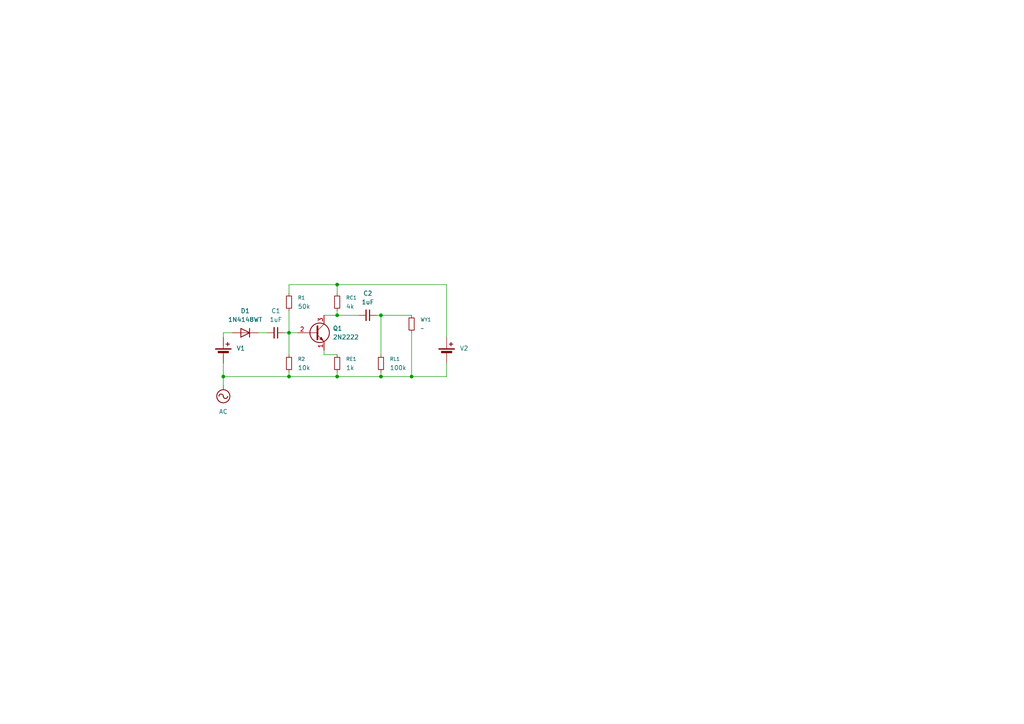
<source format=kicad_sch>
(kicad_sch (version 20250114) (generator "eeschema") (generator_version "9.0")
  (paper "A4")
  (lib_symbols
    (symbol "Device:Battery_Cell" (pin_numbers (hide yes)) (pin_names (offset 0) (hide yes))
      (property "Reference" "BT" (at 2.54 2.54 0))
      (property "Value" "Battery_Cell" (at 2.54 0 0))
      (symbol "Battery_Cell_0_1"
        (rectangle (start -2.286 1.778) (end 2.286 1.524) (fill (type outline)))
        (rectangle (start -1.524 1.016) (end 1.524 0.508) (fill (type outline)))
        (polyline (pts (xy 0 1.778) (xy 0 2.54)))
        (polyline (pts (xy 0 0.762) (xy 0 0)))
        (polyline (pts (xy 0.762 3.048) (xy 1.778 3.048)) (stroke (width 0.254)))
        (polyline (pts (xy 1.27 3.556) (xy 1.27 2.54)) (stroke (width 0.254)))
      )
      (symbol "Battery_Cell_1_1"
        (pin passive line (at 0 5.08 270) (length 2.54) (name "+") (number "1"))
        (pin passive line (at 0 -2.54 90) (length 2.54) (name "-") (number "2"))
      )
    )
    (symbol "Device:C_Small" (pin_numbers (hide yes)) (pin_names (offset 0.254) (hide yes))
      (property "Reference" "C" (at 0.254 1.778 0))
      (property "Value" "C_Small" (at 0.254 -2.032 0))
      (symbol "C_Small_0_1"
        (polyline (pts (xy -1.524 0.508) (xy 1.524 0.508)) (stroke (width 0.3048)))
        (polyline (pts (xy -1.524 -0.508) (xy 1.524 -0.508)) (stroke (width 0.3302)))
      )
      (symbol "C_Small_1_1"
        (pin passive line (at 0 2.54 270) (length 2.032) (name "~") (number "1"))
        (pin passive line (at 0 -2.54 90) (length 2.032) (name "~") (number "2"))
      )
    )
    (symbol "Device:R_Small" (pin_numbers (hide yes)) (pin_names (offset 0.254) (hide yes))
      (property "Reference" "R" (at 0 0 90))
      (property "Value" "R_Small" (at 1.778 0 90))
      (symbol "R_Small_0_1"
        (rectangle (start -0.762 1.778) (end 0.762 -1.778) (stroke (width 0.2032)))
      )
      (symbol "R_Small_1_1"
        (pin passive line (at 0 2.54 270) (length 0.762) (name "~") (number "1"))
        (pin passive line (at 0 -2.54 90) (length 0.762) (name "~") (number "2"))
      )
    )
    (symbol "Diode:1N4148WT" (pin_numbers (hide yes)) (pin_names (hide yes))
      (property "Reference" "D" (at 0 2.54 0))
      (property "Value" "1N4148WT" (at 0 -2.54 0))
      (symbol "1N4148WT_0_1"
        (polyline (pts (xy -1.27 1.27) (xy -1.27 -1.27)) (stroke (width 0.254)))
        (polyline (pts (xy 1.27 1.27) (xy 1.27 -1.27) (xy -1.27 0) (xy 1.27 1.27)) (stroke (width 0.254)))
        (polyline (pts (xy 1.27 0) (xy -1.27 0)))
      )
      (symbol "1N4148WT_1_1"
        (pin passive line (at -3.81 0 0) (length 2.54) (name "K") (number "1"))
        (pin passive line (at 3.81 0 180) (length 2.54) (name "A") (number "2"))
      )
    )
    (symbol "Transistor_BJT:2N2219" (pin_names (offset 0) (hide yes))
      (property "Reference" "Q" (at 5.08 1.905 0))
      (property "Value" "2N2219" (at 5.08 0 0))
      (symbol "2N2219_0_1"
        (polyline (pts (xy -2.54 0) (xy 0.635 0)))
        (polyline (pts (xy 0.635 1.905) (xy 0.635 -1.905)) (stroke (width 0.508)))
        (circle (center 1.27 0) (radius 2.8194) (stroke (width 0.254)))
      )
      (symbol "2N2219_1_1"
        (polyline (pts (xy 0.635 0.635) (xy 2.54 2.54)))
        (polyline (pts (xy 0.635 -0.635) (xy 2.54 -2.54)))
        (polyline (pts (xy 1.27 -1.778) (xy 1.778 -1.27) (xy 2.286 -2.286) (xy 1.27 -1.778)) (fill (type outline)))
        (pin input line (at -5.08 0 0) (length 2.54) (name "B") (number "2"))
        (pin passive line (at 2.54 5.08 270) (length 2.54) (name "C") (number "3"))
        (pin passive line (at 2.54 -5.08 90) (length 2.54) (name "E") (number "1"))
      )
    )
    (symbol "power:AC" (power) (pin_numbers (hide yes)) (pin_names (offset 0) (hide yes))
      (property "Value" "AC" (at 0 6.35 0))
      (symbol "AC_0_1"
        (arc (start -1.27 3.175) (mid -0.635 3.8073) (end 0 3.175) (stroke (width 0.254)))
        (circle (center 0 3.175) (radius 1.905) (stroke (width 0.254)))
        (polyline (pts (xy 0 0) (xy 0 1.27)))
        (arc (start 1.27 3.175) (mid 0.635 2.5427) (end 0 3.175) (stroke (width 0.254)))
      )
      (symbol "AC_1_1"
        (pin power_in line (at 0 0 90) (length 0) (name "~") (number "1"))
      )
    )
  )
  (junction (at 83.82 96.52))
  (junction (at 110.49 91.44))
  (junction (at 97.79 82.55))
  (junction (at 97.79 91.44))
  (junction (at 64.77 109.22))
  (junction (at 97.79 109.22))
  (junction (at 83.82 109.22))
  (junction (at 119.38 109.22))
  (junction (at 110.49 109.22))
  (wire (pts (xy 97.79 102.87) (xy 93.98 102.87)))
  (wire (pts (xy 83.82 96.52) (xy 86.36 96.52)))
  (wire (pts (xy 93.98 102.87) (xy 93.98 101.6)))
  (wire (pts (xy 97.79 90.17) (xy 97.79 91.44)))
  (wire (pts (xy 129.54 109.22) (xy 119.38 109.22)))
  (wire (pts (xy 64.77 97.79) (xy 64.77 96.52)))
  (wire (pts (xy 110.49 107.95) (xy 110.49 109.22)))
  (wire (pts (xy 110.49 91.44) (xy 119.38 91.44)))
  (wire (pts (xy 110.49 109.22) (xy 119.38 109.22)))
  (wire (pts (xy 83.82 82.55) (xy 97.79 82.55)))
  (wire (pts (xy 97.79 85.09) (xy 97.79 82.55)))
  (wire (pts (xy 129.54 97.79) (xy 129.54 82.55)))
  (wire (pts (xy 82.55 96.52) (xy 83.82 96.52)))
  (wire (pts (xy 119.38 96.52) (xy 119.38 109.22)))
  (wire (pts (xy 97.79 109.22) (xy 110.49 109.22)))
  (wire (pts (xy 83.82 90.17) (xy 83.82 96.52)))
  (wire (pts (xy 93.98 91.44) (xy 97.79 91.44)))
  (wire (pts (xy 64.77 96.52) (xy 67.31 96.52)))
  (wire (pts (xy 64.77 109.22) (xy 64.77 111.76)))
  (wire (pts (xy 83.82 102.87) (xy 83.82 96.52)))
  (wire (pts (xy 97.79 91.44) (xy 104.14 91.44)))
  (wire (pts (xy 64.77 105.41) (xy 64.77 109.22)))
  (wire (pts (xy 129.54 82.55) (xy 97.79 82.55)))
  (wire (pts (xy 83.82 109.22) (xy 97.79 109.22)))
  (wire (pts (xy 110.49 91.44) (xy 110.49 102.87)))
  (wire (pts (xy 83.82 107.95) (xy 83.82 109.22)))
  (wire (pts (xy 97.79 107.95) (xy 97.79 109.22)))
  (wire (pts (xy 74.93 96.52) (xy 77.47 96.52)))
  (wire (pts (xy 64.77 109.22) (xy 83.82 109.22)))
  (wire (pts (xy 129.54 105.41) (xy 129.54 109.22)))
  (wire (pts (xy 83.82 85.09) (xy 83.82 82.55)))
  (wire (pts (xy 109.22 91.44) (xy 110.49 91.44)))
  (symbol (lib_id "Device:R_Small") (at 97.79 87.63 0) (unit 1)
    (property "Reference" "RC1" (at 100.33 86.3599 0) (effects (font (size 1.016 1.016)) (justify left)))
    (property "Value" "4k" (at 100.33 88.8999 0) (effects (justify left)))
    (property "Footprint" "TerminalBlock_Phoenix:TerminalBlock_Phoenix_MKDS-1,5-2-5.08_1x02_P5.08mm_Horizontal" (effects (hide yes)))
    (property "Description" "Resistor, small symbol" (effects (hide yes)))
  )
  (symbol (lib_id "Device:R_Small") (at 119.38 93.98 0) (unit 1)
    (property "Reference" "WY1" (at 121.92 92.7099 0) (effects (font (size 1.016 1.016)) (justify left)))
    (property "Value" "~" (at 121.92 95.2499 0) (effects (justify left)))
    (property "Footprint" "TerminalBlock_Phoenix:TerminalBlock_Phoenix_MKDS-1,5-2-5.08_1x02_P5.08mm_Horizontal" (effects (hide yes)))
    (property "Description" "Resistor, small symbol" (effects (hide yes)))
  )
  (symbol (lib_id "Diode:1N4148WT") (at 71.12 96.52 180) (unit 1)
    (property "Reference" "D1" (at 71.12 90.17 0))
    (property "Value" "1N4148WT" (at 71.12 92.71 0))
    (property "Footprint" "Diode_THT:D_5W_P12.70mm_Horizontal" (effects (hide yes)))
    (property "Datasheet" "https://www.diodes.com/assets/Datasheets/ds30396.pdf" (effects (hide yes)))
    (property "Description" "75V 0.15A Fast switching Diode, SOD-523" (effects (hide yes)))
    (property "Sim.Device" "D" (effects (hide yes)))
    (property "Sim.Pins" "1=K 2=A" (effects (hide yes)))
  )
  (symbol (lib_id "Transistor_BJT:2N2219") (at 91.44 96.52 0) (unit 1)
    (property "Reference" "Q1" (at 96.52 95.2499 0) (effects (justify left)))
    (property "Value" "2N2222" (at 96.52 97.7899 0) (effects (justify left)))
    (property "Footprint" "TerminalBlock_Phoenix:TerminalBlock_Phoenix_MKDS-1,5-3-5.08_1x03_P5.08mm_Horizontal" (effects (hide yes)))
    (property "Datasheet" "http://www.onsemi.com/pub_link/Collateral/2N2219-D.PDF" (effects (hide yes)))
    (property "Description" "800mA Ic, 50V Vce, NPN Transistor, TO-39" (effects (hide yes)))
  )
  (symbol (lib_id "Device:Battery_Cell") (at 64.77 102.87 0) (unit 1)
    (property "Reference" "V1" (at 68.58 101.0284 0) (effects (justify left)))
    (property "Footprint" "TerminalBlock_Phoenix:TerminalBlock_Phoenix_MKDS-1,5-2-5.08_1x02_P5.08mm_Horizontal" (effects (hide yes)))
    (property "Description" "Single-cell battery" (effects (hide yes)))
  )
  (symbol (lib_id "Device:Battery_Cell") (at 129.54 102.87 0) (unit 1)
    (property "Reference" "V2" (at 133.35 101.0284 0) (effects (justify left)))
    (property "Footprint" "TerminalBlock_Phoenix:TerminalBlock_Phoenix_MKDS-1,5-2-5.08_1x02_P5.08mm_Horizontal" (effects (hide yes)))
    (property "Description" "Single-cell battery" (effects (hide yes)))
  )
  (symbol (lib_id "power:AC") (at 64.77 111.76 180) (unit 1)
    (property "Reference" "#PWR01" (effects (hide yes)))
    (property "Value" "AC" (at 64.77 119.38 0))
    (property "Description" "Power symbol creates a global label with name \"AC\"" (effects (hide yes)))
  )
  (symbol (lib_id "Device:C_Small") (at 106.68 91.44 270) (unit 1)
    (property "Reference" "C2" (at 106.6736 85.09 90))
    (property "Value" "1uF" (at 106.6736 87.63 90))
    (property "Footprint" "TerminalBlock_Phoenix:TerminalBlock_Phoenix_MKDS-1,5-2-5.08_1x02_P5.08mm_Horizontal" (effects (hide yes)))
    (property "Description" "Unpolarized capacitor, small symbol" (effects (hide yes)))
  )
  (symbol (lib_id "Device:R_Small") (at 97.79 105.41 0) (unit 1)
    (property "Reference" "RE1" (at 100.33 104.1399 0) (effects (font (size 1.016 1.016)) (justify left)))
    (property "Value" "1k" (at 100.33 106.6799 0) (effects (justify left)))
    (property "Footprint" "TerminalBlock_Phoenix:TerminalBlock_Phoenix_MKDS-1,5-2-5.08_1x02_P5.08mm_Horizontal" (effects (hide yes)))
    (property "Description" "Resistor, small symbol" (effects (hide yes)))
  )
  (symbol (lib_id "Device:R_Small") (at 110.49 105.41 0) (unit 1)
    (property "Reference" "RL1" (at 113.03 104.1399 0) (effects (font (size 1.016 1.016)) (justify left)))
    (property "Value" "100k" (at 113.03 106.6799 0) (effects (justify left)))
    (property "Footprint" "TerminalBlock_Phoenix:TerminalBlock_Phoenix_MKDS-1,5-2-5.08_1x02_P5.08mm_Horizontal" (effects (hide yes)))
    (property "Description" "Resistor, small symbol" (effects (hide yes)))
  )
  (symbol (lib_id "Device:R_Small") (at 83.82 105.41 0) (unit 1)
    (property "Reference" "R2" (at 86.36 104.1399 0) (effects (font (size 1.016 1.016)) (justify left)))
    (property "Value" "10k" (at 86.36 106.6799 0) (effects (justify left)))
    (property "Footprint" "TerminalBlock_Phoenix:TerminalBlock_Phoenix_MKDS-1,5-2-5.08_1x02_P5.08mm_Horizontal" (effects (hide yes)))
    (property "Description" "Resistor, small symbol" (effects (hide yes)))
  )
  (symbol (lib_id "Device:C_Small") (at 80.01 96.52 270) (unit 1)
    (property "Reference" "C1" (at 80.0036 90.17 90))
    (property "Value" "1uF" (at 80.0036 92.71 90))
    (property "Footprint" "TerminalBlock_Phoenix:TerminalBlock_Phoenix_MKDS-1,5-2-5.08_1x02_P5.08mm_Horizontal" (effects (hide yes)))
    (property "Description" "Unpolarized capacitor, small symbol" (effects (hide yes)))
  )
  (symbol (lib_id "Device:R_Small") (at 83.82 87.63 0) (unit 1)
    (property "Reference" "R1" (at 86.36 86.3599 0) (effects (font (size 1.016 1.016)) (justify left)))
    (property "Value" "50k" (at 86.36 88.8999 0) (effects (justify left)))
    (property "Footprint" "TerminalBlock_Phoenix:TerminalBlock_Phoenix_MKDS-1,5-2-5.08_1x02_P5.08mm_Horizontal" (effects (hide yes)))
    (property "Description" "Resistor, small symbol" (effects (hide yes)))
  )
)
</source>
